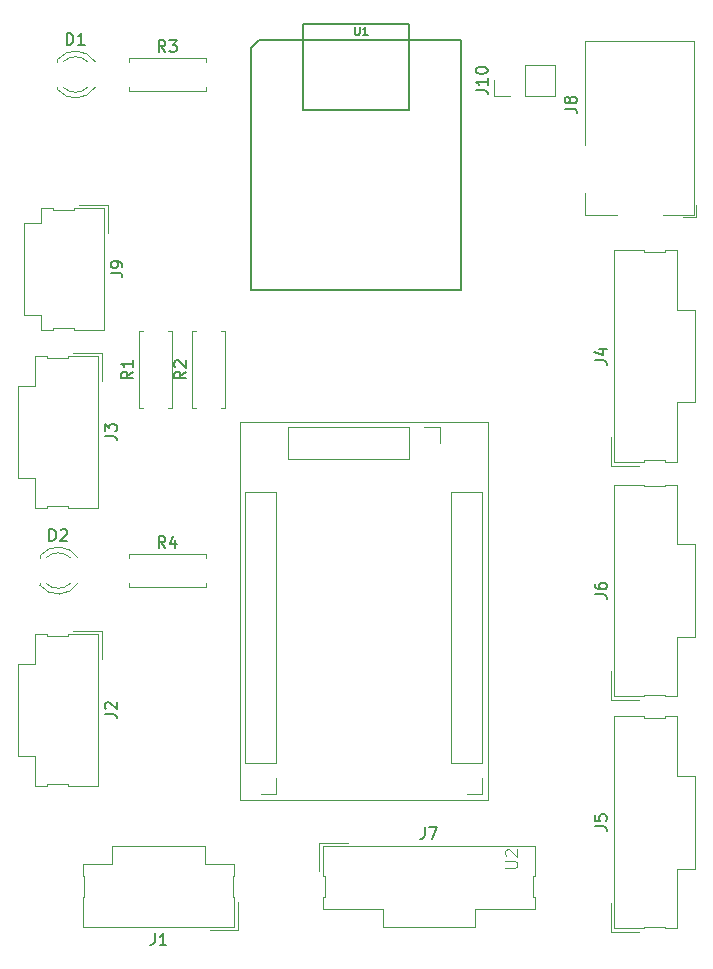
<source format=gbr>
%TF.GenerationSoftware,KiCad,Pcbnew,8.0.4-8.0.4-0~ubuntu22.04.1*%
%TF.CreationDate,2024-08-05T19:19:50+05:30*%
%TF.ProjectId,BSF-Control-V1.0,4253462d-436f-46e7-9472-6f6c2d56312e,rev?*%
%TF.SameCoordinates,Original*%
%TF.FileFunction,Legend,Top*%
%TF.FilePolarity,Positive*%
%FSLAX46Y46*%
G04 Gerber Fmt 4.6, Leading zero omitted, Abs format (unit mm)*
G04 Created by KiCad (PCBNEW 8.0.4-8.0.4-0~ubuntu22.04.1) date 2024-08-05 19:19:50*
%MOMM*%
%LPD*%
G01*
G04 APERTURE LIST*
%ADD10C,0.150000*%
%ADD11C,0.100000*%
%ADD12C,0.120000*%
%ADD13C,0.127000*%
G04 APERTURE END LIST*
D10*
X128704819Y-77143333D02*
X129419104Y-77143333D01*
X129419104Y-77143333D02*
X129561961Y-77190952D01*
X129561961Y-77190952D02*
X129657200Y-77286190D01*
X129657200Y-77286190D02*
X129704819Y-77429047D01*
X129704819Y-77429047D02*
X129704819Y-77524285D01*
X128800057Y-76714761D02*
X128752438Y-76667142D01*
X128752438Y-76667142D02*
X128704819Y-76571904D01*
X128704819Y-76571904D02*
X128704819Y-76333809D01*
X128704819Y-76333809D02*
X128752438Y-76238571D01*
X128752438Y-76238571D02*
X128800057Y-76190952D01*
X128800057Y-76190952D02*
X128895295Y-76143333D01*
X128895295Y-76143333D02*
X128990533Y-76143333D01*
X128990533Y-76143333D02*
X129133390Y-76190952D01*
X129133390Y-76190952D02*
X129704819Y-76762380D01*
X129704819Y-76762380D02*
X129704819Y-76143333D01*
X149883666Y-18954783D02*
X149883666Y-19521450D01*
X149883666Y-19521450D02*
X149917000Y-19588116D01*
X149917000Y-19588116D02*
X149950333Y-19621450D01*
X149950333Y-19621450D02*
X150017000Y-19654783D01*
X150017000Y-19654783D02*
X150150333Y-19654783D01*
X150150333Y-19654783D02*
X150217000Y-19621450D01*
X150217000Y-19621450D02*
X150250333Y-19588116D01*
X150250333Y-19588116D02*
X150283666Y-19521450D01*
X150283666Y-19521450D02*
X150283666Y-18954783D01*
X150983666Y-19654783D02*
X150583666Y-19654783D01*
X150783666Y-19654783D02*
X150783666Y-18954783D01*
X150783666Y-18954783D02*
X150716999Y-19054783D01*
X150716999Y-19054783D02*
X150650333Y-19121450D01*
X150650333Y-19121450D02*
X150583666Y-19154783D01*
D11*
X162624919Y-90161904D02*
X163434442Y-90161904D01*
X163434442Y-90161904D02*
X163529680Y-90114285D01*
X163529680Y-90114285D02*
X163577300Y-90066666D01*
X163577300Y-90066666D02*
X163624919Y-89971428D01*
X163624919Y-89971428D02*
X163624919Y-89780952D01*
X163624919Y-89780952D02*
X163577300Y-89685714D01*
X163577300Y-89685714D02*
X163529680Y-89638095D01*
X163529680Y-89638095D02*
X163434442Y-89590476D01*
X163434442Y-89590476D02*
X162624919Y-89590476D01*
X162720157Y-89161904D02*
X162672538Y-89114285D01*
X162672538Y-89114285D02*
X162624919Y-89019047D01*
X162624919Y-89019047D02*
X162624919Y-88780952D01*
X162624919Y-88780952D02*
X162672538Y-88685714D01*
X162672538Y-88685714D02*
X162720157Y-88638095D01*
X162720157Y-88638095D02*
X162815395Y-88590476D01*
X162815395Y-88590476D02*
X162910633Y-88590476D01*
X162910633Y-88590476D02*
X163053490Y-88638095D01*
X163053490Y-88638095D02*
X163624919Y-89209523D01*
X163624919Y-89209523D02*
X163624919Y-88590476D01*
D10*
X170204819Y-86643333D02*
X170919104Y-86643333D01*
X170919104Y-86643333D02*
X171061961Y-86690952D01*
X171061961Y-86690952D02*
X171157200Y-86786190D01*
X171157200Y-86786190D02*
X171204819Y-86929047D01*
X171204819Y-86929047D02*
X171204819Y-87024285D01*
X170204819Y-85690952D02*
X170204819Y-86167142D01*
X170204819Y-86167142D02*
X170681009Y-86214761D01*
X170681009Y-86214761D02*
X170633390Y-86167142D01*
X170633390Y-86167142D02*
X170585771Y-86071904D01*
X170585771Y-86071904D02*
X170585771Y-85833809D01*
X170585771Y-85833809D02*
X170633390Y-85738571D01*
X170633390Y-85738571D02*
X170681009Y-85690952D01*
X170681009Y-85690952D02*
X170776247Y-85643333D01*
X170776247Y-85643333D02*
X171014342Y-85643333D01*
X171014342Y-85643333D02*
X171109580Y-85690952D01*
X171109580Y-85690952D02*
X171157200Y-85738571D01*
X171157200Y-85738571D02*
X171204819Y-85833809D01*
X171204819Y-85833809D02*
X171204819Y-86071904D01*
X171204819Y-86071904D02*
X171157200Y-86167142D01*
X171157200Y-86167142D02*
X171109580Y-86214761D01*
X124031905Y-62494819D02*
X124031905Y-61494819D01*
X124031905Y-61494819D02*
X124270000Y-61494819D01*
X124270000Y-61494819D02*
X124412857Y-61542438D01*
X124412857Y-61542438D02*
X124508095Y-61637676D01*
X124508095Y-61637676D02*
X124555714Y-61732914D01*
X124555714Y-61732914D02*
X124603333Y-61923390D01*
X124603333Y-61923390D02*
X124603333Y-62066247D01*
X124603333Y-62066247D02*
X124555714Y-62256723D01*
X124555714Y-62256723D02*
X124508095Y-62351961D01*
X124508095Y-62351961D02*
X124412857Y-62447200D01*
X124412857Y-62447200D02*
X124270000Y-62494819D01*
X124270000Y-62494819D02*
X124031905Y-62494819D01*
X124984286Y-61590057D02*
X125031905Y-61542438D01*
X125031905Y-61542438D02*
X125127143Y-61494819D01*
X125127143Y-61494819D02*
X125365238Y-61494819D01*
X125365238Y-61494819D02*
X125460476Y-61542438D01*
X125460476Y-61542438D02*
X125508095Y-61590057D01*
X125508095Y-61590057D02*
X125555714Y-61685295D01*
X125555714Y-61685295D02*
X125555714Y-61780533D01*
X125555714Y-61780533D02*
X125508095Y-61923390D01*
X125508095Y-61923390D02*
X124936667Y-62494819D01*
X124936667Y-62494819D02*
X125555714Y-62494819D01*
X170204819Y-47183333D02*
X170919104Y-47183333D01*
X170919104Y-47183333D02*
X171061961Y-47230952D01*
X171061961Y-47230952D02*
X171157200Y-47326190D01*
X171157200Y-47326190D02*
X171204819Y-47469047D01*
X171204819Y-47469047D02*
X171204819Y-47564285D01*
X170538152Y-46278571D02*
X171204819Y-46278571D01*
X170157200Y-46516666D02*
X170871485Y-46754761D01*
X170871485Y-46754761D02*
X170871485Y-46135714D01*
X132936666Y-95704819D02*
X132936666Y-96419104D01*
X132936666Y-96419104D02*
X132889047Y-96561961D01*
X132889047Y-96561961D02*
X132793809Y-96657200D01*
X132793809Y-96657200D02*
X132650952Y-96704819D01*
X132650952Y-96704819D02*
X132555714Y-96704819D01*
X133936666Y-96704819D02*
X133365238Y-96704819D01*
X133650952Y-96704819D02*
X133650952Y-95704819D01*
X133650952Y-95704819D02*
X133555714Y-95847676D01*
X133555714Y-95847676D02*
X133460476Y-95942914D01*
X133460476Y-95942914D02*
X133365238Y-95990533D01*
X160124819Y-24309523D02*
X160839104Y-24309523D01*
X160839104Y-24309523D02*
X160981961Y-24357142D01*
X160981961Y-24357142D02*
X161077200Y-24452380D01*
X161077200Y-24452380D02*
X161124819Y-24595237D01*
X161124819Y-24595237D02*
X161124819Y-24690475D01*
X161124819Y-23309523D02*
X161124819Y-23880951D01*
X161124819Y-23595237D02*
X160124819Y-23595237D01*
X160124819Y-23595237D02*
X160267676Y-23690475D01*
X160267676Y-23690475D02*
X160362914Y-23785713D01*
X160362914Y-23785713D02*
X160410533Y-23880951D01*
X160124819Y-22690475D02*
X160124819Y-22595237D01*
X160124819Y-22595237D02*
X160172438Y-22499999D01*
X160172438Y-22499999D02*
X160220057Y-22452380D01*
X160220057Y-22452380D02*
X160315295Y-22404761D01*
X160315295Y-22404761D02*
X160505771Y-22357142D01*
X160505771Y-22357142D02*
X160743866Y-22357142D01*
X160743866Y-22357142D02*
X160934342Y-22404761D01*
X160934342Y-22404761D02*
X161029580Y-22452380D01*
X161029580Y-22452380D02*
X161077200Y-22499999D01*
X161077200Y-22499999D02*
X161124819Y-22595237D01*
X161124819Y-22595237D02*
X161124819Y-22690475D01*
X161124819Y-22690475D02*
X161077200Y-22785713D01*
X161077200Y-22785713D02*
X161029580Y-22833332D01*
X161029580Y-22833332D02*
X160934342Y-22880951D01*
X160934342Y-22880951D02*
X160743866Y-22928570D01*
X160743866Y-22928570D02*
X160505771Y-22928570D01*
X160505771Y-22928570D02*
X160315295Y-22880951D01*
X160315295Y-22880951D02*
X160220057Y-22833332D01*
X160220057Y-22833332D02*
X160172438Y-22785713D01*
X160172438Y-22785713D02*
X160124819Y-22690475D01*
X128704819Y-53603333D02*
X129419104Y-53603333D01*
X129419104Y-53603333D02*
X129561961Y-53650952D01*
X129561961Y-53650952D02*
X129657200Y-53746190D01*
X129657200Y-53746190D02*
X129704819Y-53889047D01*
X129704819Y-53889047D02*
X129704819Y-53984285D01*
X128704819Y-53222380D02*
X128704819Y-52603333D01*
X128704819Y-52603333D02*
X129085771Y-52936666D01*
X129085771Y-52936666D02*
X129085771Y-52793809D01*
X129085771Y-52793809D02*
X129133390Y-52698571D01*
X129133390Y-52698571D02*
X129181009Y-52650952D01*
X129181009Y-52650952D02*
X129276247Y-52603333D01*
X129276247Y-52603333D02*
X129514342Y-52603333D01*
X129514342Y-52603333D02*
X129609580Y-52650952D01*
X129609580Y-52650952D02*
X129657200Y-52698571D01*
X129657200Y-52698571D02*
X129704819Y-52793809D01*
X129704819Y-52793809D02*
X129704819Y-53079523D01*
X129704819Y-53079523D02*
X129657200Y-53174761D01*
X129657200Y-53174761D02*
X129609580Y-53222380D01*
X131084819Y-48166666D02*
X130608628Y-48499999D01*
X131084819Y-48738094D02*
X130084819Y-48738094D01*
X130084819Y-48738094D02*
X130084819Y-48357142D01*
X130084819Y-48357142D02*
X130132438Y-48261904D01*
X130132438Y-48261904D02*
X130180057Y-48214285D01*
X130180057Y-48214285D02*
X130275295Y-48166666D01*
X130275295Y-48166666D02*
X130418152Y-48166666D01*
X130418152Y-48166666D02*
X130513390Y-48214285D01*
X130513390Y-48214285D02*
X130561009Y-48261904D01*
X130561009Y-48261904D02*
X130608628Y-48357142D01*
X130608628Y-48357142D02*
X130608628Y-48738094D01*
X131084819Y-47214285D02*
X131084819Y-47785713D01*
X131084819Y-47499999D02*
X130084819Y-47499999D01*
X130084819Y-47499999D02*
X130227676Y-47595237D01*
X130227676Y-47595237D02*
X130322914Y-47690475D01*
X130322914Y-47690475D02*
X130370533Y-47785713D01*
X170204819Y-67023333D02*
X170919104Y-67023333D01*
X170919104Y-67023333D02*
X171061961Y-67070952D01*
X171061961Y-67070952D02*
X171157200Y-67166190D01*
X171157200Y-67166190D02*
X171204819Y-67309047D01*
X171204819Y-67309047D02*
X171204819Y-67404285D01*
X170204819Y-66118571D02*
X170204819Y-66309047D01*
X170204819Y-66309047D02*
X170252438Y-66404285D01*
X170252438Y-66404285D02*
X170300057Y-66451904D01*
X170300057Y-66451904D02*
X170442914Y-66547142D01*
X170442914Y-66547142D02*
X170633390Y-66594761D01*
X170633390Y-66594761D02*
X171014342Y-66594761D01*
X171014342Y-66594761D02*
X171109580Y-66547142D01*
X171109580Y-66547142D02*
X171157200Y-66499523D01*
X171157200Y-66499523D02*
X171204819Y-66404285D01*
X171204819Y-66404285D02*
X171204819Y-66213809D01*
X171204819Y-66213809D02*
X171157200Y-66118571D01*
X171157200Y-66118571D02*
X171109580Y-66070952D01*
X171109580Y-66070952D02*
X171014342Y-66023333D01*
X171014342Y-66023333D02*
X170776247Y-66023333D01*
X170776247Y-66023333D02*
X170681009Y-66070952D01*
X170681009Y-66070952D02*
X170633390Y-66118571D01*
X170633390Y-66118571D02*
X170585771Y-66213809D01*
X170585771Y-66213809D02*
X170585771Y-66404285D01*
X170585771Y-66404285D02*
X170633390Y-66499523D01*
X170633390Y-66499523D02*
X170681009Y-66547142D01*
X170681009Y-66547142D02*
X170776247Y-66594761D01*
X133833333Y-63084819D02*
X133500000Y-62608628D01*
X133261905Y-63084819D02*
X133261905Y-62084819D01*
X133261905Y-62084819D02*
X133642857Y-62084819D01*
X133642857Y-62084819D02*
X133738095Y-62132438D01*
X133738095Y-62132438D02*
X133785714Y-62180057D01*
X133785714Y-62180057D02*
X133833333Y-62275295D01*
X133833333Y-62275295D02*
X133833333Y-62418152D01*
X133833333Y-62418152D02*
X133785714Y-62513390D01*
X133785714Y-62513390D02*
X133738095Y-62561009D01*
X133738095Y-62561009D02*
X133642857Y-62608628D01*
X133642857Y-62608628D02*
X133261905Y-62608628D01*
X134690476Y-62418152D02*
X134690476Y-63084819D01*
X134452381Y-62037200D02*
X134214286Y-62751485D01*
X134214286Y-62751485D02*
X134833333Y-62751485D01*
X129204819Y-39793333D02*
X129919104Y-39793333D01*
X129919104Y-39793333D02*
X130061961Y-39840952D01*
X130061961Y-39840952D02*
X130157200Y-39936190D01*
X130157200Y-39936190D02*
X130204819Y-40079047D01*
X130204819Y-40079047D02*
X130204819Y-40174285D01*
X130204819Y-39269523D02*
X130204819Y-39079047D01*
X130204819Y-39079047D02*
X130157200Y-38983809D01*
X130157200Y-38983809D02*
X130109580Y-38936190D01*
X130109580Y-38936190D02*
X129966723Y-38840952D01*
X129966723Y-38840952D02*
X129776247Y-38793333D01*
X129776247Y-38793333D02*
X129395295Y-38793333D01*
X129395295Y-38793333D02*
X129300057Y-38840952D01*
X129300057Y-38840952D02*
X129252438Y-38888571D01*
X129252438Y-38888571D02*
X129204819Y-38983809D01*
X129204819Y-38983809D02*
X129204819Y-39174285D01*
X129204819Y-39174285D02*
X129252438Y-39269523D01*
X129252438Y-39269523D02*
X129300057Y-39317142D01*
X129300057Y-39317142D02*
X129395295Y-39364761D01*
X129395295Y-39364761D02*
X129633390Y-39364761D01*
X129633390Y-39364761D02*
X129728628Y-39317142D01*
X129728628Y-39317142D02*
X129776247Y-39269523D01*
X129776247Y-39269523D02*
X129823866Y-39174285D01*
X129823866Y-39174285D02*
X129823866Y-38983809D01*
X129823866Y-38983809D02*
X129776247Y-38888571D01*
X129776247Y-38888571D02*
X129728628Y-38840952D01*
X129728628Y-38840952D02*
X129633390Y-38793333D01*
X135584819Y-48166666D02*
X135108628Y-48499999D01*
X135584819Y-48738094D02*
X134584819Y-48738094D01*
X134584819Y-48738094D02*
X134584819Y-48357142D01*
X134584819Y-48357142D02*
X134632438Y-48261904D01*
X134632438Y-48261904D02*
X134680057Y-48214285D01*
X134680057Y-48214285D02*
X134775295Y-48166666D01*
X134775295Y-48166666D02*
X134918152Y-48166666D01*
X134918152Y-48166666D02*
X135013390Y-48214285D01*
X135013390Y-48214285D02*
X135061009Y-48261904D01*
X135061009Y-48261904D02*
X135108628Y-48357142D01*
X135108628Y-48357142D02*
X135108628Y-48738094D01*
X134680057Y-47785713D02*
X134632438Y-47738094D01*
X134632438Y-47738094D02*
X134584819Y-47642856D01*
X134584819Y-47642856D02*
X134584819Y-47404761D01*
X134584819Y-47404761D02*
X134632438Y-47309523D01*
X134632438Y-47309523D02*
X134680057Y-47261904D01*
X134680057Y-47261904D02*
X134775295Y-47214285D01*
X134775295Y-47214285D02*
X134870533Y-47214285D01*
X134870533Y-47214285D02*
X135013390Y-47261904D01*
X135013390Y-47261904D02*
X135584819Y-47833332D01*
X135584819Y-47833332D02*
X135584819Y-47214285D01*
X125491905Y-20494819D02*
X125491905Y-19494819D01*
X125491905Y-19494819D02*
X125730000Y-19494819D01*
X125730000Y-19494819D02*
X125872857Y-19542438D01*
X125872857Y-19542438D02*
X125968095Y-19637676D01*
X125968095Y-19637676D02*
X126015714Y-19732914D01*
X126015714Y-19732914D02*
X126063333Y-19923390D01*
X126063333Y-19923390D02*
X126063333Y-20066247D01*
X126063333Y-20066247D02*
X126015714Y-20256723D01*
X126015714Y-20256723D02*
X125968095Y-20351961D01*
X125968095Y-20351961D02*
X125872857Y-20447200D01*
X125872857Y-20447200D02*
X125730000Y-20494819D01*
X125730000Y-20494819D02*
X125491905Y-20494819D01*
X127015714Y-20494819D02*
X126444286Y-20494819D01*
X126730000Y-20494819D02*
X126730000Y-19494819D01*
X126730000Y-19494819D02*
X126634762Y-19637676D01*
X126634762Y-19637676D02*
X126539524Y-19732914D01*
X126539524Y-19732914D02*
X126444286Y-19780533D01*
X133833333Y-21084819D02*
X133500000Y-20608628D01*
X133261905Y-21084819D02*
X133261905Y-20084819D01*
X133261905Y-20084819D02*
X133642857Y-20084819D01*
X133642857Y-20084819D02*
X133738095Y-20132438D01*
X133738095Y-20132438D02*
X133785714Y-20180057D01*
X133785714Y-20180057D02*
X133833333Y-20275295D01*
X133833333Y-20275295D02*
X133833333Y-20418152D01*
X133833333Y-20418152D02*
X133785714Y-20513390D01*
X133785714Y-20513390D02*
X133738095Y-20561009D01*
X133738095Y-20561009D02*
X133642857Y-20608628D01*
X133642857Y-20608628D02*
X133261905Y-20608628D01*
X134166667Y-20084819D02*
X134785714Y-20084819D01*
X134785714Y-20084819D02*
X134452381Y-20465771D01*
X134452381Y-20465771D02*
X134595238Y-20465771D01*
X134595238Y-20465771D02*
X134690476Y-20513390D01*
X134690476Y-20513390D02*
X134738095Y-20561009D01*
X134738095Y-20561009D02*
X134785714Y-20656247D01*
X134785714Y-20656247D02*
X134785714Y-20894342D01*
X134785714Y-20894342D02*
X134738095Y-20989580D01*
X134738095Y-20989580D02*
X134690476Y-21037200D01*
X134690476Y-21037200D02*
X134595238Y-21084819D01*
X134595238Y-21084819D02*
X134309524Y-21084819D01*
X134309524Y-21084819D02*
X134214286Y-21037200D01*
X134214286Y-21037200D02*
X134166667Y-20989580D01*
X155816666Y-86704819D02*
X155816666Y-87419104D01*
X155816666Y-87419104D02*
X155769047Y-87561961D01*
X155769047Y-87561961D02*
X155673809Y-87657200D01*
X155673809Y-87657200D02*
X155530952Y-87704819D01*
X155530952Y-87704819D02*
X155435714Y-87704819D01*
X156197619Y-86704819D02*
X156864285Y-86704819D01*
X156864285Y-86704819D02*
X156435714Y-87704819D01*
X167662319Y-25883333D02*
X168376604Y-25883333D01*
X168376604Y-25883333D02*
X168519461Y-25930952D01*
X168519461Y-25930952D02*
X168614700Y-26026190D01*
X168614700Y-26026190D02*
X168662319Y-26169047D01*
X168662319Y-26169047D02*
X168662319Y-26264285D01*
X168090890Y-25264285D02*
X168043271Y-25359523D01*
X168043271Y-25359523D02*
X167995652Y-25407142D01*
X167995652Y-25407142D02*
X167900414Y-25454761D01*
X167900414Y-25454761D02*
X167852795Y-25454761D01*
X167852795Y-25454761D02*
X167757557Y-25407142D01*
X167757557Y-25407142D02*
X167709938Y-25359523D01*
X167709938Y-25359523D02*
X167662319Y-25264285D01*
X167662319Y-25264285D02*
X167662319Y-25073809D01*
X167662319Y-25073809D02*
X167709938Y-24978571D01*
X167709938Y-24978571D02*
X167757557Y-24930952D01*
X167757557Y-24930952D02*
X167852795Y-24883333D01*
X167852795Y-24883333D02*
X167900414Y-24883333D01*
X167900414Y-24883333D02*
X167995652Y-24930952D01*
X167995652Y-24930952D02*
X168043271Y-24978571D01*
X168043271Y-24978571D02*
X168090890Y-25073809D01*
X168090890Y-25073809D02*
X168090890Y-25264285D01*
X168090890Y-25264285D02*
X168138509Y-25359523D01*
X168138509Y-25359523D02*
X168186128Y-25407142D01*
X168186128Y-25407142D02*
X168281366Y-25454761D01*
X168281366Y-25454761D02*
X168471842Y-25454761D01*
X168471842Y-25454761D02*
X168567080Y-25407142D01*
X168567080Y-25407142D02*
X168614700Y-25359523D01*
X168614700Y-25359523D02*
X168662319Y-25264285D01*
X168662319Y-25264285D02*
X168662319Y-25073809D01*
X168662319Y-25073809D02*
X168614700Y-24978571D01*
X168614700Y-24978571D02*
X168567080Y-24930952D01*
X168567080Y-24930952D02*
X168471842Y-24883333D01*
X168471842Y-24883333D02*
X168281366Y-24883333D01*
X168281366Y-24883333D02*
X168186128Y-24930952D01*
X168186128Y-24930952D02*
X168138509Y-24978571D01*
X168138509Y-24978571D02*
X168090890Y-25073809D01*
D12*
%TO.C,J2*%
X121340000Y-72890000D02*
X121340000Y-80730000D01*
X121340000Y-80730000D02*
X122840000Y-80730000D01*
X122840000Y-70390000D02*
X122840000Y-72890000D01*
X122840000Y-72890000D02*
X121340000Y-72890000D01*
X122840000Y-80730000D02*
X122840000Y-83230000D01*
X122840000Y-83230000D02*
X123820000Y-83230000D01*
X123820000Y-70390000D02*
X122840000Y-70390000D01*
X123820000Y-70520000D02*
X123820000Y-70390000D01*
X123820000Y-83100000D02*
X125630000Y-83100000D01*
X123820000Y-83230000D02*
X123820000Y-83100000D01*
X125630000Y-70390000D02*
X125630000Y-70520000D01*
X125630000Y-70520000D02*
X123820000Y-70520000D01*
X125630000Y-83100000D02*
X125630000Y-83230000D01*
X125630000Y-83230000D02*
X128160000Y-83230000D01*
X126050000Y-70090000D02*
X128460000Y-70090000D01*
X128160000Y-70390000D02*
X125630000Y-70390000D01*
X128160000Y-83230000D02*
X128160000Y-70390000D01*
X128460000Y-70090000D02*
X128460000Y-72500000D01*
D13*
%TO.C,U1*%
X141082500Y-20790750D02*
X141082500Y-41269250D01*
X141082500Y-41269250D02*
X158882500Y-41269250D01*
X141754041Y-20119250D02*
X141082500Y-20790750D01*
X145478500Y-26047250D02*
X145478500Y-18694250D01*
X145478500Y-26047250D02*
X145478500Y-18694250D01*
X145482500Y-18695250D02*
X154477500Y-18695250D01*
X154477500Y-18695250D02*
X154477500Y-26047250D01*
X154477500Y-26047250D02*
X145478500Y-26047250D01*
X158882500Y-20119250D02*
X141754041Y-20119250D01*
X158882500Y-41269250D02*
X158882500Y-20119250D01*
D12*
%TO.C,U2*%
X140577500Y-81290000D02*
X140577500Y-58370000D01*
X143237500Y-58370000D02*
X140577500Y-58370000D01*
X143237500Y-81290000D02*
X140577500Y-81290000D01*
X143237500Y-81290000D02*
X143237500Y-58370000D01*
X143237500Y-82560000D02*
X143237500Y-83890000D01*
X143237500Y-83890000D02*
X141907500Y-83890000D01*
X144247500Y-52870000D02*
X144247500Y-55530000D01*
X154467500Y-52870000D02*
X144247500Y-52870000D01*
X154467500Y-52870000D02*
X154467500Y-55530000D01*
X154467500Y-55530000D02*
X144247500Y-55530000D01*
X155737500Y-52870000D02*
X157067500Y-52870000D01*
X157067500Y-52870000D02*
X157067500Y-54200000D01*
X158017500Y-81310000D02*
X158017500Y-58390000D01*
X160677500Y-58390000D02*
X158017500Y-58390000D01*
X160677500Y-81310000D02*
X158017500Y-81310000D01*
X160677500Y-81310000D02*
X160677500Y-58390000D01*
X160677500Y-82580000D02*
X160677500Y-83910000D01*
X160677500Y-83910000D02*
X159347500Y-83910000D01*
D11*
X140167500Y-84400000D02*
X161167500Y-84400000D01*
X161167500Y-52400000D01*
X140167500Y-52400000D01*
X140167500Y-84400000D01*
D12*
%TO.C,J5*%
X171540000Y-95570000D02*
X171540000Y-93160000D01*
X171840000Y-77350000D02*
X171840000Y-95270000D01*
X171840000Y-95270000D02*
X174370000Y-95270000D01*
X173950000Y-95570000D02*
X171540000Y-95570000D01*
X174370000Y-77350000D02*
X171840000Y-77350000D01*
X174370000Y-77480000D02*
X174370000Y-77350000D01*
X174370000Y-95140000D02*
X176180000Y-95140000D01*
X174370000Y-95270000D02*
X174370000Y-95140000D01*
X176180000Y-77350000D02*
X176180000Y-77480000D01*
X176180000Y-77480000D02*
X174370000Y-77480000D01*
X176180000Y-95140000D02*
X176180000Y-95270000D01*
X176180000Y-95270000D02*
X177160000Y-95270000D01*
X177160000Y-77350000D02*
X176180000Y-77350000D01*
X177160000Y-82390000D02*
X177160000Y-77350000D01*
X177160000Y-90230000D02*
X178660000Y-90230000D01*
X177160000Y-95270000D02*
X177160000Y-90230000D01*
X178660000Y-82390000D02*
X177160000Y-82390000D01*
X178660000Y-90230000D02*
X178660000Y-82390000D01*
%TO.C,D2*%
X123210000Y-63764000D02*
X123210000Y-63920000D01*
X123210000Y-66080000D02*
X123210000Y-66236000D01*
X123210000Y-63764484D02*
G75*
G02*
X126442335Y-63921392I1560000J-1235516D01*
G01*
X123729039Y-63920000D02*
G75*
G02*
X125811130Y-63920163I1040961J-1080000D01*
G01*
X125811130Y-66079837D02*
G75*
G02*
X123729039Y-66080000I-1041130J1079837D01*
G01*
X126442335Y-66078608D02*
G75*
G02*
X123210000Y-66235516I-1672335J1078608D01*
G01*
%TO.C,J4*%
X171540000Y-56110000D02*
X171540000Y-53700000D01*
X171840000Y-37890000D02*
X171840000Y-55810000D01*
X171840000Y-55810000D02*
X174370000Y-55810000D01*
X173950000Y-56110000D02*
X171540000Y-56110000D01*
X174370000Y-37890000D02*
X171840000Y-37890000D01*
X174370000Y-38020000D02*
X174370000Y-37890000D01*
X174370000Y-55680000D02*
X176180000Y-55680000D01*
X174370000Y-55810000D02*
X174370000Y-55680000D01*
X176180000Y-37890000D02*
X176180000Y-38020000D01*
X176180000Y-38020000D02*
X174370000Y-38020000D01*
X176180000Y-55680000D02*
X176180000Y-55810000D01*
X176180000Y-55810000D02*
X177160000Y-55810000D01*
X177160000Y-37890000D02*
X176180000Y-37890000D01*
X177160000Y-42930000D02*
X177160000Y-37890000D01*
X177160000Y-50770000D02*
X178660000Y-50770000D01*
X177160000Y-55810000D02*
X177160000Y-50770000D01*
X178660000Y-42930000D02*
X177160000Y-42930000D01*
X178660000Y-50770000D02*
X178660000Y-42930000D01*
%TO.C,J1*%
X126850000Y-89840000D02*
X126850000Y-90820000D01*
X126850000Y-90820000D02*
X126980000Y-90820000D01*
X126850000Y-92630000D02*
X126850000Y-95160000D01*
X126850000Y-95160000D02*
X139690000Y-95160000D01*
X126980000Y-90820000D02*
X126980000Y-92630000D01*
X126980000Y-92630000D02*
X126850000Y-92630000D01*
X129350000Y-88340000D02*
X129350000Y-89840000D01*
X129350000Y-89840000D02*
X126850000Y-89840000D01*
X137190000Y-88340000D02*
X129350000Y-88340000D01*
X137190000Y-89840000D02*
X137190000Y-88340000D01*
X139560000Y-90820000D02*
X139690000Y-90820000D01*
X139560000Y-92630000D02*
X139560000Y-90820000D01*
X139690000Y-89840000D02*
X137190000Y-89840000D01*
X139690000Y-90820000D02*
X139690000Y-89840000D01*
X139690000Y-92630000D02*
X139560000Y-92630000D01*
X139690000Y-95160000D02*
X139690000Y-92630000D01*
X139990000Y-93050000D02*
X139990000Y-95460000D01*
X139990000Y-95460000D02*
X137580000Y-95460000D01*
%TO.C,J10*%
X161670000Y-24830000D02*
X161670000Y-23500000D01*
X163000000Y-24830000D02*
X161670000Y-24830000D01*
X164270000Y-22170000D02*
X166870000Y-22170000D01*
X164270000Y-24830000D02*
X164270000Y-22170000D01*
X164270000Y-24830000D02*
X166870000Y-24830000D01*
X166870000Y-24830000D02*
X166870000Y-22170000D01*
%TO.C,J3*%
X121340000Y-49350000D02*
X121340000Y-57190000D01*
X121340000Y-57190000D02*
X122840000Y-57190000D01*
X122840000Y-46850000D02*
X122840000Y-49350000D01*
X122840000Y-49350000D02*
X121340000Y-49350000D01*
X122840000Y-57190000D02*
X122840000Y-59690000D01*
X122840000Y-59690000D02*
X123820000Y-59690000D01*
X123820000Y-46850000D02*
X122840000Y-46850000D01*
X123820000Y-46980000D02*
X123820000Y-46850000D01*
X123820000Y-59560000D02*
X125630000Y-59560000D01*
X123820000Y-59690000D02*
X123820000Y-59560000D01*
X125630000Y-46850000D02*
X125630000Y-46980000D01*
X125630000Y-46980000D02*
X123820000Y-46980000D01*
X125630000Y-59560000D02*
X125630000Y-59690000D01*
X125630000Y-59690000D02*
X128160000Y-59690000D01*
X126050000Y-46550000D02*
X128460000Y-46550000D01*
X128160000Y-46850000D02*
X125630000Y-46850000D01*
X128160000Y-59690000D02*
X128160000Y-46850000D01*
X128460000Y-46550000D02*
X128460000Y-48960000D01*
%TO.C,R1*%
X131630000Y-44730000D02*
X131960000Y-44730000D01*
X131630000Y-51270000D02*
X131630000Y-44730000D01*
X131960000Y-51270000D02*
X131630000Y-51270000D01*
X134040000Y-51270000D02*
X134370000Y-51270000D01*
X134370000Y-44730000D02*
X134040000Y-44730000D01*
X134370000Y-51270000D02*
X134370000Y-44730000D01*
%TO.C,J6*%
X171540000Y-75950000D02*
X171540000Y-73540000D01*
X171840000Y-57730000D02*
X171840000Y-75650000D01*
X171840000Y-75650000D02*
X174370000Y-75650000D01*
X173950000Y-75950000D02*
X171540000Y-75950000D01*
X174370000Y-57730000D02*
X171840000Y-57730000D01*
X174370000Y-57860000D02*
X174370000Y-57730000D01*
X174370000Y-75520000D02*
X176180000Y-75520000D01*
X174370000Y-75650000D02*
X174370000Y-75520000D01*
X176180000Y-57730000D02*
X176180000Y-57860000D01*
X176180000Y-57860000D02*
X174370000Y-57860000D01*
X176180000Y-75520000D02*
X176180000Y-75650000D01*
X176180000Y-75650000D02*
X177160000Y-75650000D01*
X177160000Y-57730000D02*
X176180000Y-57730000D01*
X177160000Y-62770000D02*
X177160000Y-57730000D01*
X177160000Y-70610000D02*
X178660000Y-70610000D01*
X177160000Y-75650000D02*
X177160000Y-70610000D01*
X178660000Y-62770000D02*
X177160000Y-62770000D01*
X178660000Y-70610000D02*
X178660000Y-62770000D01*
%TO.C,R4*%
X130730000Y-63630000D02*
X137270000Y-63630000D01*
X130730000Y-63960000D02*
X130730000Y-63630000D01*
X130730000Y-66040000D02*
X130730000Y-66370000D01*
X130730000Y-66370000D02*
X137270000Y-66370000D01*
X137270000Y-63630000D02*
X137270000Y-63960000D01*
X137270000Y-66370000D02*
X137270000Y-66040000D01*
%TO.C,J9*%
X121840000Y-35540000D02*
X121840000Y-43380000D01*
X121840000Y-43380000D02*
X123340000Y-43380000D01*
X123340000Y-34310000D02*
X123340000Y-35540000D01*
X123340000Y-35540000D02*
X121840000Y-35540000D01*
X123340000Y-43380000D02*
X123340000Y-44610000D01*
X123340000Y-44610000D02*
X124320000Y-44610000D01*
X124320000Y-34310000D02*
X123340000Y-34310000D01*
X124320000Y-34440000D02*
X124320000Y-34310000D01*
X124320000Y-44480000D02*
X126130000Y-44480000D01*
X124320000Y-44610000D02*
X124320000Y-44480000D01*
X126130000Y-34310000D02*
X126130000Y-34440000D01*
X126130000Y-34440000D02*
X124320000Y-34440000D01*
X126130000Y-44480000D02*
X126130000Y-44610000D01*
X126130000Y-44610000D02*
X128660000Y-44610000D01*
X126550000Y-34010000D02*
X128960000Y-34010000D01*
X128660000Y-34310000D02*
X126130000Y-34310000D01*
X128660000Y-44610000D02*
X128660000Y-34310000D01*
X128960000Y-34010000D02*
X128960000Y-36420000D01*
%TO.C,R2*%
X136130000Y-44730000D02*
X136460000Y-44730000D01*
X136130000Y-51270000D02*
X136130000Y-44730000D01*
X136460000Y-51270000D02*
X136130000Y-51270000D01*
X138540000Y-51270000D02*
X138870000Y-51270000D01*
X138870000Y-44730000D02*
X138540000Y-44730000D01*
X138870000Y-51270000D02*
X138870000Y-44730000D01*
%TO.C,D1*%
X124670000Y-21764000D02*
X124670000Y-21920000D01*
X124670000Y-24080000D02*
X124670000Y-24236000D01*
X124670000Y-21764484D02*
G75*
G02*
X127902335Y-21921392I1560000J-1235516D01*
G01*
X125189039Y-21920000D02*
G75*
G02*
X127271130Y-21920163I1040961J-1080000D01*
G01*
X127271130Y-24079837D02*
G75*
G02*
X125189039Y-24080000I-1041130J1079837D01*
G01*
X127902335Y-24078608D02*
G75*
G02*
X124670000Y-24235516I-1672335J1078608D01*
G01*
%TO.C,R3*%
X130730000Y-21630000D02*
X137270000Y-21630000D01*
X130730000Y-21960000D02*
X130730000Y-21630000D01*
X130730000Y-24040000D02*
X130730000Y-24370000D01*
X130730000Y-24370000D02*
X137270000Y-24370000D01*
X137270000Y-21630000D02*
X137270000Y-21960000D01*
X137270000Y-24370000D02*
X137270000Y-24040000D01*
%TO.C,J7*%
X146890000Y-88040000D02*
X149300000Y-88040000D01*
X146890000Y-90450000D02*
X146890000Y-88040000D01*
X147190000Y-88340000D02*
X147190000Y-90870000D01*
X147190000Y-90870000D02*
X147320000Y-90870000D01*
X147190000Y-92680000D02*
X147190000Y-93660000D01*
X147190000Y-93660000D02*
X152230000Y-93660000D01*
X147320000Y-90870000D02*
X147320000Y-92680000D01*
X147320000Y-92680000D02*
X147190000Y-92680000D01*
X152230000Y-93660000D02*
X152230000Y-95160000D01*
X152230000Y-95160000D02*
X160070000Y-95160000D01*
X160070000Y-93660000D02*
X165110000Y-93660000D01*
X160070000Y-95160000D02*
X160070000Y-93660000D01*
X164980000Y-90870000D02*
X165110000Y-90870000D01*
X164980000Y-92680000D02*
X164980000Y-90870000D01*
X165110000Y-88340000D02*
X147190000Y-88340000D01*
X165110000Y-90870000D02*
X165110000Y-88340000D01*
X165110000Y-92680000D02*
X164980000Y-92680000D01*
X165110000Y-93660000D02*
X165110000Y-92680000D01*
%TO.C,J8*%
X169357500Y-20200000D02*
X178557500Y-20200000D01*
X169357500Y-29000000D02*
X169357500Y-20200000D01*
X169357500Y-34900000D02*
X169357500Y-33000000D01*
X172057500Y-34900000D02*
X169357500Y-34900000D01*
X177707500Y-35100000D02*
X178757500Y-35100000D01*
X178557500Y-20200000D02*
X178557500Y-34900000D01*
X178557500Y-34900000D02*
X175957500Y-34900000D01*
X178757500Y-34050000D02*
X178757500Y-35100000D01*
%TD*%
M02*

</source>
